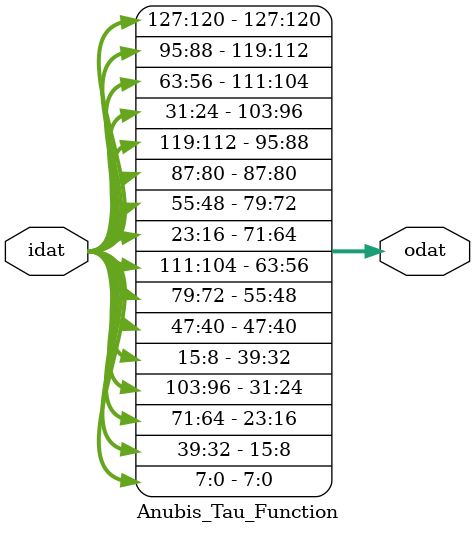
<source format=v>
/*-------------------------------------------------------------------
 Project: ANUBIS
 Module Name: Anubis_Tau_Function
 Description:
     Tau Function of the ANUBIS block cipher
     It performs transposition of the state.

 Dependencies:  none
 
 Language: Verilog 2001
 Author: Saied H. Khayat
 Date:   March 2011
 URL: https://github.com/saiedhk
-------------------------------------------------------------------*/

`timescale  1ns/1ps

module Anubis_Tau_Function (
   input  [127:0] idat,
   output [127:0] odat
   );

   assign odat[  7:  0] = idat[  7:  0];
   assign odat[ 15:  8] = idat[ 39: 32];
   assign odat[ 23: 16] = idat[ 71: 64];
   assign odat[ 31: 24] = idat[103: 96];
   assign odat[ 39: 32] = idat[ 15:  8];
   assign odat[ 47: 40] = idat[ 47: 40];
   assign odat[ 55: 48] = idat[ 79: 72];
   assign odat[ 63: 56] = idat[111:104];
   assign odat[ 71: 64] = idat[ 23: 16];
   assign odat[ 79: 72] = idat[ 55: 48];
   assign odat[ 87: 80] = idat[ 87: 80];
   assign odat[ 95: 88] = idat[119:112];
   assign odat[103: 96] = idat[ 31: 24];
   assign odat[111:104] = idat[ 63: 56];
   assign odat[119:112] = idat[ 95: 88];
   assign odat[127:120] = idat[127:120];

endmodule

</source>
